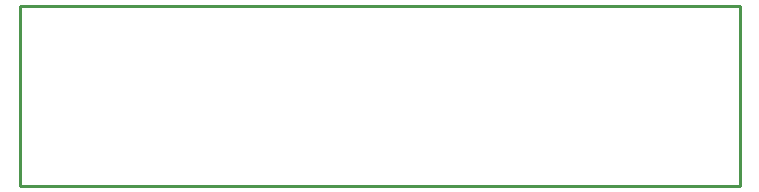
<source format=gbr>
G04 start of page 4 for group 2 idx 2 *
G04 Title: (unknown), outline *
G04 Creator: pcb 20110918 *
G04 CreationDate: Sat 01 Jun 2013 12:19:59 AM GMT UTC *
G04 For: commonadmin *
G04 Format: Gerber/RS-274X *
G04 PCB-Dimensions: 600000 500000 *
G04 PCB-Coordinate-Origin: lower left *
%MOIN*%
%FSLAX25Y25*%
%LNOUTLINE*%
%ADD30C,0.0100*%
G54D30*X250000Y10000D02*Y70000D01*
X10000D02*Y10000D01*
X250000D01*
Y70000D02*X10000D01*
M02*

</source>
